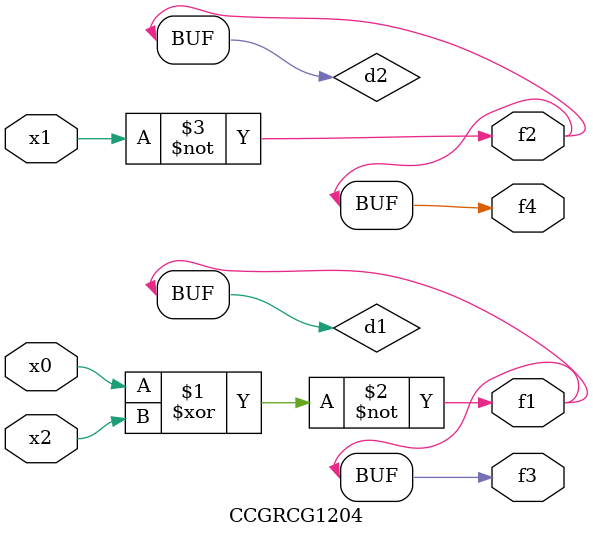
<source format=v>
module CCGRCG1204(
	input x0, x1, x2,
	output f1, f2, f3, f4
);

	wire d1, d2, d3;

	xnor (d1, x0, x2);
	nand (d2, x1);
	nor (d3, x1, x2);
	assign f1 = d1;
	assign f2 = d2;
	assign f3 = d1;
	assign f4 = d2;
endmodule

</source>
